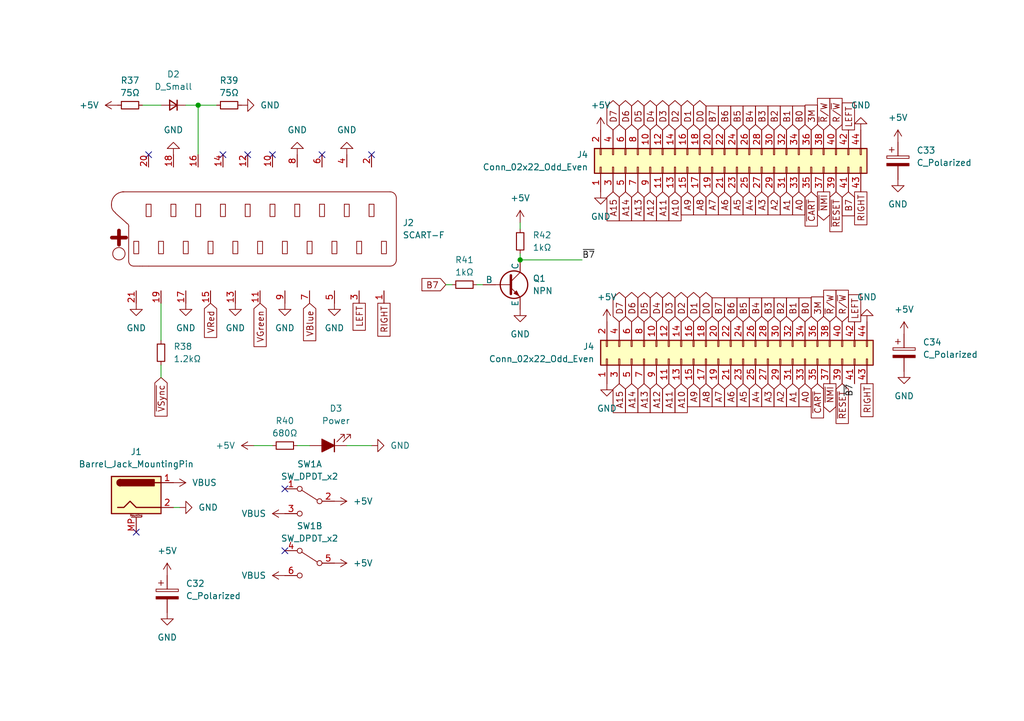
<source format=kicad_sch>
(kicad_sch (version 20230121) (generator eeschema)
  (paper "A5")
  (title_block (title "Ports"))
  (lib_symbols
    (symbol "Connector:Barrel_Jack_MountingPin" (pin_names hide)
      (property "Reference" "J" (at 0 5.334 0))
      (property "Value" "Barrel_Jack_MountingPin" (at 1.27 -6.35 0))
      (symbol "Barrel_Jack_MountingPin_0_1"
        (rectangle (start -5.08 3.81) (end 5.08 -3.81) (stroke (width 0.254)) (fill (type background)))
        (arc (start -3.302 3.175) (mid -3.9343 2.54) (end -3.302 1.905) (stroke (width 0.254)))
        (arc (start -3.302 3.175) (mid -3.9343 2.54) (end -3.302 1.905) (stroke (width 0.254)) (fill (type outline)))
        (polyline (pts (xy 5.08 2.54) (xy 3.81 2.54)) (stroke (width 0.254)))
        (polyline (pts (xy -3.81 -2.54) (xy -2.54 -2.54) (xy -1.27 -1.27) (xy 0 -2.54) (xy 2.54 -2.54) (xy 5.08 -2.54)) (stroke (width 0.254)))
        (rectangle (start 3.683 3.175) (end -3.302 1.905) (stroke (width 0.254)) (fill (type outline)))
      )
      (symbol "Barrel_Jack_MountingPin_1_1"
        (polyline (pts (xy -1.016 -4.572) (xy 1.016 -4.572)) (stroke (width 0.1524)))
        (text "Mounting" (at 0 -4.191 0) (effects (font (size 0.381 0.381))))
        (pin passive line (at 7.62 2.54 180) (length 2.54) (name "~") (number "1"))
        (pin passive line (at 7.62 -2.54 180) (length 2.54) (name "~") (number "2"))
        (pin passive line (at 0 -7.62 90) (length 3.048) (name "MountPin") (number "MP"))
      )
    )
    (symbol "Connector:SCART-F" (pin_names (offset 0.762) hide)
      (property "Reference" "J" (at 0 31.75 0))
      (property "Value" "SCART-F" (at 1.016 -29.21 0))
      (symbol "SCART-F_0_1"
        (arc (start -7.62 -26.67) (mid -7.248 -27.568) (end -6.35 -27.94))
        (arc (start -6.604 26.9494) (mid -7.3224 26.6518) (end -7.62 25.9334))
        (rectangle (start -5.08 -24.892) (end -2.54 -25.908))
        (rectangle (start -5.08 -19.812) (end -2.54 -20.828))
        (rectangle (start -5.08 -14.732) (end -2.54 -15.748))
        (rectangle (start -5.08 -9.652) (end -2.54 -10.668))
        (rectangle (start -5.08 -4.572) (end -2.54 -5.588))
        (rectangle (start -5.08 0.508) (end -2.54 -0.508))
        (rectangle (start -5.08 5.588) (end -2.54 4.572))
        (rectangle (start -5.08 10.668) (end -2.54 9.652))
        (rectangle (start -5.08 15.748) (end -2.54 14.732))
        (rectangle (start -5.08 20.828) (end -2.54 19.812))
        (rectangle (start -5.08 25.908) (end -2.54 24.892))
        (circle (center -5.08 28.956) (radius 1.27))
        (polyline (pts (xy -7.62 22.86) (xy -7.62 -26.67)))
        (polyline (pts (xy -7.62 22.86) (xy -7.62 24.13)))
        (polyline (pts (xy -7.62 24.6634) (xy -7.62 24.13)))
        (polyline (pts (xy -7.62 24.6634) (xy -7.62 25.9334)))
        (polyline (pts (xy -6.604 26.9494) (xy 0.508 26.9494)))
        (polyline (pts (xy -6.35 -27.94) (xy 6.35 -27.94)))
        (polyline (pts (xy 3.302 29.718) (xy 1.27 27.432)))
        (polyline (pts (xy 4.826 30.48) (xy 5.08 30.48)))
        (polyline (pts (xy 7.62 -26.67) (xy 7.62 28.2194)))
        (arc (start 0.508 26.924) (mid 0.9569 27.0702) (end 1.2192 27.4574))
        (rectangle (start 2.54 -22.352) (end 5.08 -23.368))
        (rectangle (start 2.54 -17.272) (end 5.08 -18.288))
        (rectangle (start 2.54 -12.192) (end 5.08 -13.208))
        (rectangle (start 2.54 -7.112) (end 5.08 -8.128))
        (rectangle (start 2.54 -2.032) (end 5.08 -3.048))
        (rectangle (start 2.54 3.048) (end 5.08 2.032))
        (rectangle (start 2.54 8.128) (end 5.08 7.112))
        (rectangle (start 2.54 13.208) (end 5.08 12.192))
        (rectangle (start 2.54 18.288) (end 5.08 17.272))
        (rectangle (start 2.54 23.368) (end 5.08 22.352))
        (arc (start 4.826 30.48) (mid 3.999 30.2726) (end 3.3782 29.6926))
        (arc (start 6.35 -27.94) (mid 7.248 -27.568) (end 7.62 -26.67))
        (arc (start 7.62 27.94) (mid 6.8761 29.7361) (end 5.08 30.48))
        (text "+" (at -1.778 29.21 0) (effects (font (size 3.81 3.81) bold)))
      )
      (symbol "SCART-F_1_1"
        (pin passive line (at -15.24 -25.4 0) (length 2.54) (name "P1") (number "1"))
        (pin passive line (at 15.24 -2.54 180) (length 2.54) (name "P10") (number "10"))
        (pin passive line (at -15.24 0 0) (length 2.54) (name "P11") (number "11"))
        (pin passive line (at 15.24 2.54 180) (length 2.54) (name "P12") (number "12"))
        (pin passive line (at -15.24 5.08 0) (length 2.54) (name "P13") (number "13"))
        (pin passive line (at 15.24 7.62 180) (length 2.54) (name "P14") (number "14"))
        (pin passive line (at -15.24 10.16 0) (length 2.54) (name "P15") (number "15"))
        (pin passive line (at 15.24 12.7 180) (length 2.54) (name "P16") (number "16"))
        (pin passive line (at -15.24 15.24 0) (length 2.54) (name "P17") (number "17"))
        (pin passive line (at 15.24 17.78 180) (length 2.54) (name "P18") (number "18"))
        (pin passive line (at -15.24 20.32 0) (length 2.54) (name "P19") (number "19"))
        (pin passive line (at 15.24 -22.86 180) (length 2.54) (name "P2") (number "2"))
        (pin passive line (at 15.24 22.86 180) (length 2.54) (name "P20") (number "20"))
        (pin passive line (at -15.24 25.4 0) (length 2.54) (name "P21") (number "21"))
        (pin passive line (at -15.24 -20.32 0) (length 2.54) (name "P3") (number "3"))
        (pin passive line (at 15.24 -17.78 180) (length 2.54) (name "P4") (number "4"))
        (pin passive line (at -15.24 -15.24 0) (length 2.54) (name "P5") (number "5"))
        (pin passive line (at 15.24 -12.7 180) (length 2.54) (name "P6") (number "6"))
        (pin passive line (at -15.24 -10.16 0) (length 2.54) (name "P7") (number "7"))
        (pin passive line (at 15.24 -7.62 180) (length 2.54) (name "P8") (number "8"))
        (pin passive line (at -15.24 -5.08 0) (length 2.54) (name "P9") (number "9"))
      )
    )
    (symbol "Connector_Generic:Conn_02x22_Odd_Even" (pin_names (offset 1.016) hide)
      (property "Reference" "J" (at 1.27 27.94 0))
      (property "Value" "Conn_02x22_Odd_Even" (at 1.27 -30.48 0))
      (symbol "Conn_02x22_Odd_Even_1_1"
        (rectangle (start -1.27 -27.813) (end 0 -28.067) (stroke (width 0.1524)))
        (rectangle (start -1.27 -25.273) (end 0 -25.527) (stroke (width 0.1524)))
        (rectangle (start -1.27 -22.733) (end 0 -22.987) (stroke (width 0.1524)))
        (rectangle (start -1.27 -20.193) (end 0 -20.447) (stroke (width 0.1524)))
        (rectangle (start -1.27 -17.653) (end 0 -17.907) (stroke (width 0.1524)))
        (rectangle (start -1.27 -15.113) (end 0 -15.367) (stroke (width 0.1524)))
        (rectangle (start -1.27 -12.573) (end 0 -12.827) (stroke (width 0.1524)))
        (rectangle (start -1.27 -10.033) (end 0 -10.287) (stroke (width 0.1524)))
        (rectangle (start -1.27 -7.493) (end 0 -7.747) (stroke (width 0.1524)))
        (rectangle (start -1.27 -4.953) (end 0 -5.207) (stroke (width 0.1524)))
        (rectangle (start -1.27 -2.413) (end 0 -2.667) (stroke (width 0.1524)))
        (rectangle (start -1.27 0.127) (end 0 -0.127) (stroke (width 0.1524)))
        (rectangle (start -1.27 2.667) (end 0 2.413) (stroke (width 0.1524)))
        (rectangle (start -1.27 5.207) (end 0 4.953) (stroke (width 0.1524)))
        (rectangle (start -1.27 7.747) (end 0 7.493) (stroke (width 0.1524)))
        (rectangle (start -1.27 10.287) (end 0 10.033) (stroke (width 0.1524)))
        (rectangle (start -1.27 12.827) (end 0 12.573) (stroke (width 0.1524)))
        (rectangle (start -1.27 15.367) (end 0 15.113) (stroke (width 0.1524)))
        (rectangle (start -1.27 17.907) (end 0 17.653) (stroke (width 0.1524)))
        (rectangle (start -1.27 20.447) (end 0 20.193) (stroke (width 0.1524)))
        (rectangle (start -1.27 22.987) (end 0 22.733) (stroke (width 0.1524)))
        (rectangle (start -1.27 25.527) (end 0 25.273) (stroke (width 0.1524)))
        (rectangle (start -1.27 26.67) (end 3.81 -29.21) (stroke (width 0.254)) (fill (type background)))
        (rectangle (start 3.81 -27.813) (end 2.54 -28.067) (stroke (width 0.1524)))
        (rectangle (start 3.81 -25.273) (end 2.54 -25.527) (stroke (width 0.1524)))
        (rectangle (start 3.81 -22.733) (end 2.54 -22.987) (stroke (width 0.1524)))
        (rectangle (start 3.81 -20.193) (end 2.54 -20.447) (stroke (width 0.1524)))
        (rectangle (start 3.81 -17.653) (end 2.54 -17.907) (stroke (width 0.1524)))
        (rectangle (start 3.81 -15.113) (end 2.54 -15.367) (stroke (width 0.1524)))
        (rectangle (start 3.81 -12.573) (end 2.54 -12.827) (stroke (width 0.1524)))
        (rectangle (start 3.81 -10.033) (end 2.54 -10.287) (stroke (width 0.1524)))
        (rectangle (start 3.81 -7.493) (end 2.54 -7.747) (stroke (width 0.1524)))
        (rectangle (start 3.81 -4.953) (end 2.54 -5.207) (stroke (width 0.1524)))
        (rectangle (start 3.81 -2.413) (end 2.54 -2.667) (stroke (width 0.1524)))
        (rectangle (start 3.81 0.127) (end 2.54 -0.127) (stroke (width 0.1524)))
        (rectangle (start 3.81 2.667) (end 2.54 2.413) (stroke (width 0.1524)))
        (rectangle (start 3.81 5.207) (end 2.54 4.953) (stroke (width 0.1524)))
        (rectangle (start 3.81 7.747) (end 2.54 7.493) (stroke (width 0.1524)))
        (rectangle (start 3.81 10.287) (end 2.54 10.033) (stroke (width 0.1524)))
        (rectangle (start 3.81 12.827) (end 2.54 12.573) (stroke (width 0.1524)))
        (rectangle (start 3.81 15.367) (end 2.54 15.113) (stroke (width 0.1524)))
        (rectangle (start 3.81 17.907) (end 2.54 17.653) (stroke (width 0.1524)))
        (rectangle (start 3.81 20.447) (end 2.54 20.193) (stroke (width 0.1524)))
        (rectangle (start 3.81 22.987) (end 2.54 22.733) (stroke (width 0.1524)))
        (rectangle (start 3.81 25.527) (end 2.54 25.273) (stroke (width 0.1524)))
        (pin passive line (at -5.08 25.4 0) (length 3.81) (name "Pin_1") (number "1"))
        (pin passive line (at 7.62 15.24 180) (length 3.81) (name "Pin_10") (number "10"))
        (pin passive line (at -5.08 12.7 0) (length 3.81) (name "Pin_11") (number "11"))
        (pin passive line (at 7.62 12.7 180) (length 3.81) (name "Pin_12") (number "12"))
        (pin passive line (at -5.08 10.16 0) (length 3.81) (name "Pin_13") (number "13"))
        (pin passive line (at 7.62 10.16 180) (length 3.81) (name "Pin_14") (number "14"))
        (pin passive line (at -5.08 7.62 0) (length 3.81) (name "Pin_15") (number "15"))
        (pin passive line (at 7.62 7.62 180) (length 3.81) (name "Pin_16") (number "16"))
        (pin passive line (at -5.08 5.08 0) (length 3.81) (name "Pin_17") (number "17"))
        (pin passive line (at 7.62 5.08 180) (length 3.81) (name "Pin_18") (number "18"))
        (pin passive line (at -5.08 2.54 0) (length 3.81) (name "Pin_19") (number "19"))
        (pin passive line (at 7.62 25.4 180) (length 3.81) (name "Pin_2") (number "2"))
        (pin passive line (at 7.62 2.54 180) (length 3.81) (name "Pin_20") (number "20"))
        (pin passive line (at -5.08 0 0) (length 3.81) (name "Pin_21") (number "21"))
        (pin passive line (at 7.62 0 180) (length 3.81) (name "Pin_22") (number "22"))
        (pin passive line (at -5.08 -2.54 0) (length 3.81) (name "Pin_23") (number "23"))
        (pin passive line (at 7.62 -2.54 180) (length 3.81) (name "Pin_24") (number "24"))
        (pin passive line (at -5.08 -5.08 0) (length 3.81) (name "Pin_25") (number "25"))
        (pin passive line (at 7.62 -5.08 180) (length 3.81) (name "Pin_26") (number "26"))
        (pin passive line (at -5.08 -7.62 0) (length 3.81) (name "Pin_27") (number "27"))
        (pin passive line (at 7.62 -7.62 180) (length 3.81) (name "Pin_28") (number "28"))
        (pin passive line (at -5.08 -10.16 0) (length 3.81) (name "Pin_29") (number "29"))
        (pin passive line (at -5.08 22.86 0) (length 3.81) (name "Pin_3") (number "3"))
        (pin passive line (at 7.62 -10.16 180) (length 3.81) (name "Pin_30") (number "30"))
        (pin passive line (at -5.08 -12.7 0) (length 3.81) (name "Pin_31") (number "31"))
        (pin passive line (at 7.62 -12.7 180) (length 3.81) (name "Pin_32") (number "32"))
        (pin passive line (at -5.08 -15.24 0) (length 3.81) (name "Pin_33") (number "33"))
        (pin passive line (at 7.62 -15.24 180) (length 3.81) (name "Pin_34") (number "34"))
        (pin passive line (at -5.08 -17.78 0) (length 3.81) (name "Pin_35") (number "35"))
        (pin passive line (at 7.62 -17.78 180) (length 3.81) (name "Pin_36") (number "36"))
        (pin passive line (at -5.08 -20.32 0) (length 3.81) (name "Pin_37") (number "37"))
        (pin passive line (at 7.62 -20.32 180) (length 3.81) (name "Pin_38") (number "38"))
        (pin passive line (at -5.08 -22.86 0) (length 3.81) (name "Pin_39") (number "39"))
        (pin passive line (at 7.62 22.86 180) (length 3.81) (name "Pin_4") (number "4"))
        (pin passive line (at 7.62 -22.86 180) (length 3.81) (name "Pin_40") (number "40"))
        (pin passive line (at -5.08 -25.4 0) (length 3.81) (name "Pin_41") (number "41"))
        (pin passive line (at 7.62 -25.4 180) (length 3.81) (name "Pin_42") (number "42"))
        (pin passive line (at -5.08 -27.94 0) (length 3.81) (name "Pin_43") (number "43"))
        (pin passive line (at 7.62 -27.94 180) (length 3.81) (name "Pin_44") (number "44"))
        (pin passive line (at -5.08 20.32 0) (length 3.81) (name "Pin_5") (number "5"))
        (pin passive line (at 7.62 20.32 180) (length 3.81) (name "Pin_6") (number "6"))
        (pin passive line (at -5.08 17.78 0) (length 3.81) (name "Pin_7") (number "7"))
        (pin passive line (at 7.62 17.78 180) (length 3.81) (name "Pin_8") (number "8"))
        (pin passive line (at -5.08 15.24 0) (length 3.81) (name "Pin_9") (number "9"))
      )
    )
    (symbol "Device:C_Polarized" (pin_numbers hide) (pin_names (offset 0.254))
      (property "Reference" "C" (at 0.635 2.54 0))
      (property "Value" "C_Polarized" (at 0.635 -2.54 0))
      (symbol "C_Polarized_0_1"
        (rectangle (start -2.286 0.508) (end 2.286 1.016))
        (polyline (pts (xy -1.778 2.286) (xy -0.762 2.286)))
        (polyline (pts (xy -1.27 2.794) (xy -1.27 1.778)))
        (rectangle (start 2.286 -0.508) (end -2.286 -1.016) (fill (type outline)))
      )
      (symbol "C_Polarized_1_1"
        (pin passive line (at 0 3.81 270) (length 2.794) (name "~") (number "1"))
        (pin passive line (at 0 -3.81 90) (length 2.794) (name "~") (number "2"))
      )
    )
    (symbol "Device:D_Small" (pin_numbers hide) (pin_names (offset 0.254) hide)
      (property "Reference" "D" (at -1.27 2.032 0))
      (property "Value" "D_Small" (at -3.81 -2.032 0))
      (symbol "D_Small_0_1"
        (polyline (pts (xy -0.762 -1.016) (xy -0.762 1.016)) (stroke (width 0.254)))
        (polyline (pts (xy -0.762 0) (xy 0.762 0)))
        (polyline (pts (xy 0.762 -1.016) (xy -0.762 0) (xy 0.762 1.016) (xy 0.762 -1.016)) (stroke (width 0.254)))
      )
      (symbol "D_Small_1_1"
        (pin passive line (at -2.54 0 0) (length 1.778) (name "K") (number "1"))
        (pin passive line (at 2.54 0 180) (length 1.778) (name "A") (number "2"))
      )
    )
    (symbol "Device:LED_Filled" (pin_numbers hide) (pin_names (offset 1.016) hide)
      (property "Reference" "D" (at 0 2.54 0))
      (property "Value" "LED_Filled" (at 0 -2.54 0))
      (symbol "LED_Filled_0_1"
        (polyline (pts (xy -1.27 -1.27) (xy -1.27 1.27)) (stroke (width 0.254)))
        (polyline (pts (xy -1.27 0) (xy 1.27 0)))
        (polyline (pts (xy 1.27 -1.27) (xy 1.27 1.27) (xy -1.27 0) (xy 1.27 -1.27)) (stroke (width 0.254)) (fill (type outline)))
        (polyline (pts (xy -3.048 -0.762) (xy -4.572 -2.286) (xy -3.81 -2.286) (xy -4.572 -2.286) (xy -4.572 -1.524)))
        (polyline (pts (xy -1.778 -0.762) (xy -3.302 -2.286) (xy -2.54 -2.286) (xy -3.302 -2.286) (xy -3.302 -1.524)))
      )
      (symbol "LED_Filled_1_1"
        (pin passive line (at -3.81 0 0) (length 2.54) (name "K") (number "1"))
        (pin passive line (at 3.81 0 180) (length 2.54) (name "A") (number "2"))
      )
    )
    (symbol "Device:R_Small" (pin_numbers hide) (pin_names (offset 0.254) hide)
      (property "Reference" "R" (at 0.762 0.508 0))
      (property "Value" "R_Small" (at 0.762 -1.016 0))
      (symbol "R_Small_0_1"
        (rectangle (start -0.762 1.778) (end 0.762 -1.778) (stroke (width 0.2032)))
      )
      (symbol "R_Small_1_1"
        (pin passive line (at 0 2.54 270) (length 0.762) (name "~") (number "1"))
        (pin passive line (at 0 -2.54 90) (length 0.762) (name "~") (number "2"))
      )
    )
    (symbol "Simulation_SPICE:NPN" (pin_numbers hide) (pin_names (offset 0))
      (property "Reference" "Q" (at -2.54 7.62 0))
      (property "Value" "NPN" (at -2.54 5.08 0))
      (symbol "NPN_0_1"
        (polyline (pts (xy -2.54 0) (xy 0.635 0)) (stroke (width 0.1524)))
        (polyline (pts (xy 0.635 0.635) (xy 2.54 2.54)))
        (polyline (pts (xy 2.794 -1.27) (xy 2.794 -1.27)) (stroke (width 0.1524)))
        (polyline (pts (xy 2.794 -1.27) (xy 2.794 -1.27)) (stroke (width 0.1524)))
        (polyline (pts (xy 0.635 -0.635) (xy 2.54 -2.54) (xy 2.54 -2.54)))
        (polyline (pts (xy 0.635 1.905) (xy 0.635 -1.905) (xy 0.635 -1.905)) (stroke (width 0.508)))
        (polyline (pts (xy 1.27 -1.778) (xy 1.778 -1.27) (xy 2.286 -2.286) (xy 1.27 -1.778) (xy 1.27 -1.778)) (fill (type outline)))
        (circle (center 1.27 0) (radius 2.8194) (stroke (width 0.254)))
      )
      (symbol "NPN_1_1"
        (pin open_collector line (at 2.54 5.08 270) (length 2.54) (name "C") (number "1"))
        (pin input line (at -5.08 0 0) (length 2.54) (name "B") (number "2"))
        (pin open_emitter line (at 2.54 -5.08 90) (length 2.54) (name "E") (number "3"))
      )
    )
    (symbol "Switch:SW_DPDT_x2" (pin_names (offset 0) hide)
      (property "Reference" "SW" (at 0 4.318 0))
      (property "Value" "SW_DPDT_x2" (at 0 -5.08 0))
      (symbol "SW_DPDT_x2_0_0"
        (circle (center -2.032 0) (radius 0.508))
        (circle (center 2.032 -2.54) (radius 0.508))
      )
      (symbol "SW_DPDT_x2_0_1"
        (polyline (pts (xy -1.524 0.254) (xy 1.651 2.286)))
        (circle (center 2.032 2.54) (radius 0.508))
      )
      (symbol "SW_DPDT_x2_1_1"
        (pin passive line (at 5.08 2.54 180) (length 2.54) (name "A") (number "1"))
        (pin passive line (at -5.08 0 0) (length 2.54) (name "B") (number "2"))
        (pin passive line (at 5.08 -2.54 180) (length 2.54) (name "C") (number "3"))
      )
      (symbol "SW_DPDT_x2_2_1"
        (pin passive line (at 5.08 2.54 180) (length 2.54) (name "A") (number "4"))
        (pin passive line (at -5.08 0 0) (length 2.54) (name "B") (number "5"))
        (pin passive line (at 5.08 -2.54 180) (length 2.54) (name "C") (number "6"))
      )
    )
    (symbol "power:+5V" (power) (pin_names (offset 0))
      (property "Value" "+5V" (at 0 3.556 0))
      (symbol "+5V_0_1"
        (polyline (pts (xy -0.762 1.27) (xy 0 2.54)))
        (polyline (pts (xy 0 0) (xy 0 2.54)))
        (polyline (pts (xy 0 2.54) (xy 0.762 1.27)))
      )
      (symbol "+5V_1_1"
        (pin power_in line (at 0 0 90) (length 0) hide (name "+5V") (number "1"))
      )
    )
    (symbol "power:GND" (power) (pin_names (offset 0))
      (property "Value" "GND" (at 0 -3.81 0))
      (symbol "GND_0_1"
        (polyline (pts (xy 0 0) (xy 0 -1.27) (xy 1.27 -1.27) (xy 0 -2.54) (xy -1.27 -1.27) (xy 0 -1.27)))
      )
      (symbol "GND_1_1"
        (pin power_in line (at 0 0 270) (length 0) hide (name "GND") (number "1"))
      )
    )
    (symbol "power:VBUS" (power) (pin_names (offset 0))
      (property "Value" "VBUS" (at 0 3.81 0))
      (symbol "VBUS_0_1"
        (polyline (pts (xy -0.762 1.27) (xy 0 2.54)))
        (polyline (pts (xy 0 0) (xy 0 2.54)))
        (polyline (pts (xy 0 2.54) (xy 0.762 1.27)))
      )
      (symbol "VBUS_1_1"
        (pin power_in line (at 0 0 90) (length 0) hide (name "VBUS") (number "1"))
      )
    )
  )
  (junction (at 40.64 21.59))
  (junction (at 106.68 53.34))
  (no_connect (at 66.04 31.75))
  (no_connect (at 55.88 31.75))
  (no_connect (at 50.8 31.75))
  (no_connect (at 27.94 109.22))
  (no_connect (at 58.42 100.33))
  (no_connect (at 58.42 113.03))
  (no_connect (at 30.48 31.75))
  (no_connect (at 76.2 31.75))
  (no_connect (at 45.72 31.75))
  (wire (pts (xy 40.64 21.59) (xy 44.45 21.59)))
  (wire (pts (xy 106.68 52.07) (xy 106.68 53.34)))
  (wire (pts (xy 91.44 58.42) (xy 92.71 58.42)))
  (wire (pts (xy 106.68 46.99) (xy 106.68 45.72)))
  (wire (pts (xy 97.79 58.42) (xy 99.06 58.42)))
  (wire (pts (xy 106.68 53.34) (xy 119.38 53.34)))
  (wire (pts (xy 36.83 104.14) (xy 35.56 104.14)))
  (wire (pts (xy 29.21 21.59) (xy 33.02 21.59)))
  (wire (pts (xy 33.02 69.85) (xy 33.02 62.23)))
  (wire (pts (xy 76.2 91.44) (xy 71.12 91.44)))
  (wire (pts (xy 40.64 21.59) (xy 40.64 31.75)))
  (wire (pts (xy 33.02 77.47) (xy 33.02 74.93)))
  (wire (pts (xy 52.07 91.44) (xy 55.88 91.44)))
  (wire (pts (xy 38.1 21.59) (xy 40.64 21.59)))
  (wire (pts (xy 60.96 91.44) (xy 63.5 91.44)))
  (label "~{B7}" (at 175.26 78.74 270))
  (label "~{B7}" (at 119.38 53.34 0))
  (global_label "A10" (shape input) (at 139.7 78.74 270) (property "Intersheetrefs" "${INTERSHEET_REFS}" (effects hide)))
  (global_label "A8" (shape input) (at 143.51 39.37 270) (property "Intersheetrefs" "${INTERSHEET_REFS}" (effects hide)))
  (global_label "3M" (shape input) (at 167.64 66.04 90) (property "Intersheetrefs" "${INTERSHEET_REFS}" (effects hide)))
  (global_label "D7" (shape bidirectional) (at 125.73 26.67 90) (property "Intersheetrefs" "${INTERSHEET_REFS}" (effects hide)))
  (global_label "A6" (shape input) (at 149.86 78.74 270) (property "Intersheetrefs" "${INTERSHEET_REFS}" (effects hide)))
  (global_label "B7" (shape input) (at 147.32 66.04 90) (property "Intersheetrefs" "${INTERSHEET_REFS}" (effects hide)))
  (global_label "VRed" (shape input) (at 43.18 62.23 270) (property "Intersheetrefs" "${INTERSHEET_REFS}" (effects hide)))
  (global_label "R{slash}~{W}" (shape input) (at 171.45 26.67 90) (property "Intersheetrefs" "${INTERSHEET_REFS}" (effects hide)))
  (global_label "A5" (shape input) (at 152.4 78.74 270) (property "Intersheetrefs" "${INTERSHEET_REFS}" (effects hide)))
  (global_label "A12" (shape input) (at 133.35 39.37 270) (property "Intersheetrefs" "${INTERSHEET_REFS}" (effects hide)))
  (global_label "~{R}{slash}W" (shape input) (at 170.18 66.04 90) (property "Intersheetrefs" "${INTERSHEET_REFS}" (effects hide)))
  (global_label "A9" (shape input) (at 142.24 78.74 270) (property "Intersheetrefs" "${INTERSHEET_REFS}" (effects hide)))
  (global_label "~{R}{slash}W" (shape input) (at 168.91 26.67 90) (property "Intersheetrefs" "${INTERSHEET_REFS}" (effects hide)))
  (global_label "R{slash}~{W}" (shape input) (at 172.72 66.04 90) (property "Intersheetrefs" "${INTERSHEET_REFS}" (effects hide)))
  (global_label "D0" (shape bidirectional) (at 143.51 26.67 90) (property "Intersheetrefs" "${INTERSHEET_REFS}" (effects hide)))
  (global_label "~{NMI}" (shape output) (at 170.18 78.74 270) (property "Intersheetrefs" "${INTERSHEET_REFS}" (effects hide)))
  (global_label "RIGHT" (shape passive) (at 177.8 78.74 270) (property "Intersheetrefs" "${INTERSHEET_REFS}" (effects hide)))
  (global_label "A4" (shape input) (at 154.94 78.74 270) (property "Intersheetrefs" "${INTERSHEET_REFS}" (effects hide)))
  (global_label "A6" (shape input) (at 148.59 39.37 270) (property "Intersheetrefs" "${INTERSHEET_REFS}" (effects hide)))
  (global_label "~{VSync}" (shape input) (at 33.02 77.47 270) (property "Intersheetrefs" "${INTERSHEET_REFS}" (effects hide)))
  (global_label "B3" (shape input) (at 156.21 26.67 90) (property "Intersheetrefs" "${INTERSHEET_REFS}" (effects hide)))
  (global_label "D1" (shape bidirectional) (at 142.24 66.04 90) (property "Intersheetrefs" "${INTERSHEET_REFS}" (effects hide)))
  (global_label "B2" (shape input) (at 158.75 26.67 90) (property "Intersheetrefs" "${INTERSHEET_REFS}" (effects hide)))
  (global_label "B7" (shape input) (at 91.44 58.42 180) (property "Intersheetrefs" "${INTERSHEET_REFS}" (effects hide)))
  (global_label "A5" (shape input) (at 151.13 39.37 270) (property "Intersheetrefs" "${INTERSHEET_REFS}" (effects hide)))
  (global_label "A0" (shape input) (at 163.83 39.37 270) (property "Intersheetrefs" "${INTERSHEET_REFS}" (effects hide)))
  (global_label "A7" (shape input) (at 147.32 78.74 270) (property "Intersheetrefs" "${INTERSHEET_REFS}" (effects hide)))
  (global_label "B1" (shape input) (at 162.56 66.04 90) (property "Intersheetrefs" "${INTERSHEET_REFS}" (effects hide)))
  (global_label "RIGHT" (shape passive) (at 176.53 39.37 270) (property "Intersheetrefs" "${INTERSHEET_REFS}" (effects hide)))
  (global_label "A1" (shape input) (at 161.29 39.37 270) (property "Intersheetrefs" "${INTERSHEET_REFS}" (effects hide)))
  (global_label "B2" (shape input) (at 160.02 66.04 90) (property "Intersheetrefs" "${INTERSHEET_REFS}" (effects hide)))
  (global_label "LEFT" (shape passive) (at 73.66 62.23 270) (property "Intersheetrefs" "${INTERSHEET_REFS}" (effects hide)))
  (global_label "B0" (shape input) (at 163.83 26.67 90) (property "Intersheetrefs" "${INTERSHEET_REFS}" (effects hide)))
  (global_label "VBlue" (shape input) (at 63.5 62.23 270) (property "Intersheetrefs" "${INTERSHEET_REFS}" (effects hide)))
  (global_label "~{RESET}" (shape input) (at 171.45 39.37 270) (property "Intersheetrefs" "${INTERSHEET_REFS}" (effects hide)))
  (global_label "A8" (shape input) (at 144.78 78.74 270) (property "Intersheetrefs" "${INTERSHEET_REFS}" (effects hide)))
  (global_label "D5" (shape bidirectional) (at 130.81 26.67 90) (property "Intersheetrefs" "${INTERSHEET_REFS}" (effects hide)))
  (global_label "D7" (shape bidirectional) (at 127 66.04 90) (property "Intersheetrefs" "${INTERSHEET_REFS}" (effects hide)))
  (global_label "RIGHT" (shape passive) (at 78.74 62.23 270) (property "Intersheetrefs" "${INTERSHEET_REFS}" (effects hide)))
  (global_label "D2" (shape bidirectional) (at 138.43 26.67 90) (property "Intersheetrefs" "${INTERSHEET_REFS}" (effects hide)))
  (global_label "D3" (shape bidirectional) (at 137.16 66.04 90) (property "Intersheetrefs" "${INTERSHEET_REFS}" (effects hide)))
  (global_label "B0" (shape input) (at 165.1 66.04 90) (property "Intersheetrefs" "${INTERSHEET_REFS}" (effects hide)))
  (global_label "~{CART}" (shape input) (at 166.37 39.37 270) (property "Intersheetrefs" "${INTERSHEET_REFS}" (effects hide)))
  (global_label "B7" (shape input) (at 146.05 26.67 90) (property "Intersheetrefs" "${INTERSHEET_REFS}" (effects hide)))
  (global_label "A15" (shape input) (at 125.73 39.37 270) (property "Intersheetrefs" "${INTERSHEET_REFS}" (effects hide)))
  (global_label "~{NMI}" (shape output) (at 168.91 39.37 270) (property "Intersheetrefs" "${INTERSHEET_REFS}" (effects hide)))
  (global_label "A12" (shape input) (at 134.62 78.74 270) (property "Intersheetrefs" "${INTERSHEET_REFS}" (effects hide)))
  (global_label "B1" (shape input) (at 161.29 26.67 90) (property "Intersheetrefs" "${INTERSHEET_REFS}" (effects hide)))
  (global_label "B5" (shape input) (at 151.13 26.67 90) (property "Intersheetrefs" "${INTERSHEET_REFS}" (effects hide)))
  (global_label "B4" (shape input) (at 153.67 26.67 90) (property "Intersheetrefs" "${INTERSHEET_REFS}" (effects hide)))
  (global_label "D2" (shape bidirectional) (at 139.7 66.04 90) (property "Intersheetrefs" "${INTERSHEET_REFS}" (effects hide)))
  (global_label "D4" (shape bidirectional) (at 133.35 26.67 90) (property "Intersheetrefs" "${INTERSHEET_REFS}" (effects hide)))
  (global_label "B5" (shape input) (at 152.4 66.04 90) (property "Intersheetrefs" "${INTERSHEET_REFS}" (effects hide)))
  (global_label "B3" (shape input) (at 157.48 66.04 90) (property "Intersheetrefs" "${INTERSHEET_REFS}" (effects hide)))
  (global_label "D4" (shape bidirectional) (at 134.62 66.04 90) (property "Intersheetrefs" "${INTERSHEET_REFS}" (effects hide)))
  (global_label "A4" (shape input) (at 153.67 39.37 270) (property "Intersheetrefs" "${INTERSHEET_REFS}" (effects hide)))
  (global_label "A11" (shape input) (at 135.89 39.37 270) (property "Intersheetrefs" "${INTERSHEET_REFS}" (effects hide)))
  (global_label "B6" (shape input) (at 149.86 66.04 90) (property "Intersheetrefs" "${INTERSHEET_REFS}" (effects hide)))
  (global_label "A0" (shape input) (at 165.1 78.74 270) (property "Intersheetrefs" "${INTERSHEET_REFS}" (effects hide)))
  (global_label "D6" (shape bidirectional) (at 129.54 66.04 90) (property "Intersheetrefs" "${INTERSHEET_REFS}" (effects hide)))
  (global_label "D0" (shape bidirectional) (at 144.78 66.04 90) (property "Intersheetrefs" "${INTERSHEET_REFS}" (effects hide)))
  (global_label "A2" (shape input) (at 160.02 78.74 270) (property "Intersheetrefs" "${INTERSHEET_REFS}" (effects hide)))
  (global_label "~{RESET}" (shape input) (at 172.72 78.74 270) (property "Intersheetrefs" "${INTERSHEET_REFS}" (effects hide)))
  (global_label "~{CART}" (shape input) (at 167.64 78.74 270) (property "Intersheetrefs" "${INTERSHEET_REFS}" (effects hide)))
  (global_label "3M" (shape input) (at 166.37 26.67 90) (property "Intersheetrefs" "${INTERSHEET_REFS}" (effects hide)))
  (global_label "A14" (shape input) (at 128.27 39.37 270) (property "Intersheetrefs" "${INTERSHEET_REFS}" (effects hide)))
  (global_label "B7" (shape input) (at 173.99 39.37 270) (property "Intersheetrefs" "${INTERSHEET_REFS}" (effects hide)))
  (global_label "A13" (shape input) (at 132.08 78.74 270) (property "Intersheetrefs" "${INTERSHEET_REFS}" (effects hide)))
  (global_label "A11" (shape input) (at 137.16 78.74 270) (property "Intersheetrefs" "${INTERSHEET_REFS}" (effects hide)))
  (global_label "D3" (shape bidirectional) (at 135.89 26.67 90) (property "Intersheetrefs" "${INTERSHEET_REFS}" (effects hide)))
  (global_label "A9" (shape input) (at 140.97 39.37 270) (property "Intersheetrefs" "${INTERSHEET_REFS}" (effects hide)))
  (global_label "A15" (shape input) (at 127 78.74 270) (property "Intersheetrefs" "${INTERSHEET_REFS}" (effects hide)))
  (global_label "A10" (shape input) (at 138.43 39.37 270) (property "Intersheetrefs" "${INTERSHEET_REFS}" (effects hide)))
  (global_label "D1" (shape bidirectional) (at 140.97 26.67 90) (property "Intersheetrefs" "${INTERSHEET_REFS}" (effects hide)))
  (global_label "A14" (shape input) (at 129.54 78.74 270) (property "Intersheetrefs" "${INTERSHEET_REFS}" (effects hide)))
  (global_label "VGreen" (shape input) (at 53.34 62.23 270) (property "Intersheetrefs" "${INTERSHEET_REFS}" (effects hide)))
  (global_label "A13" (shape input) (at 130.81 39.37 270) (property "Intersheetrefs" "${INTERSHEET_REFS}" (effects hide)))
  (global_label "LEFT" (shape passive) (at 175.26 66.04 90) (property "Intersheetrefs" "${INTERSHEET_REFS}" (effects hide)))
  (global_label "LEFT" (shape passive) (at 173.99 26.67 90) (property "Intersheetrefs" "${INTERSHEET_REFS}" (effects hide)))
  (global_label "A7" (shape input) (at 146.05 39.37 270) (property "Intersheetrefs" "${INTERSHEET_REFS}" (effects hide)))
  (global_label "A3" (shape input) (at 157.48 78.74 270) (property "Intersheetrefs" "${INTERSHEET_REFS}" (effects hide)))
  (global_label "A1" (shape input) (at 162.56 78.74 270) (property "Intersheetrefs" "${INTERSHEET_REFS}" (effects hide)))
  (global_label "B4" (shape input) (at 154.94 66.04 90) (property "Intersheetrefs" "${INTERSHEET_REFS}" (effects hide)))
  (global_label "A3" (shape input) (at 156.21 39.37 270) (property "Intersheetrefs" "${INTERSHEET_REFS}" (effects hide)))
  (global_label "D5" (shape bidirectional) (at 132.08 66.04 90) (property "Intersheetrefs" "${INTERSHEET_REFS}" (effects hide)))
  (global_label "A2" (shape input) (at 158.75 39.37 270) (property "Intersheetrefs" "${INTERSHEET_REFS}" (effects hide)))
  (global_label "B6" (shape input) (at 148.59 26.67 90) (property "Intersheetrefs" "${INTERSHEET_REFS}" (effects hide)))
  (global_label "D6" (shape bidirectional) (at 128.27 26.67 90) (property "Intersheetrefs" "${INTERSHEET_REFS}" (effects hide)))
  (symbol (lib_id "Device:R_Small") (at 33.02 72.39 180) (unit 1)
    (property "Reference" "R38" (at 35.56 71.12 0) (effects (justify right)))
    (property "Value" "1.2kΩ" (at 35.56 73.66 0) (effects (justify right)))
    (property "Footprint" "Resistor_THT:R_Axial_DIN0204_L3.6mm_D1.6mm_P7.62mm_Horizontal" (effects hide))
  )
  (symbol (lib_id "power:+5V") (at 68.58 115.57 270) (unit 1)
    (property "Reference" "#PWR0109" (effects hide))
    (property "Value" "+5V" (at 72.39 115.57 90) (effects (justify left)))
    (instances (project "v0c" (path "" (reference "#PWR0109") (unit 1)) (path "" (reference "#PWR0136") (unit 1))))
  )
  (symbol (lib_id "Switch:SW_DPDT_x2") (at 63.5 102.87 0) (mirror y) (unit 1)
    (property "Reference" "SW1" (at 63.5 95.25 0))
    (property "Value" "SW_DPDT_x2" (at 63.5 97.79 0))
    (property "Footprint" "Button_Switch_THT:SW_CuK_JS202011AQN_DPDT_Angled" (effects hide))
    (instances (project "v0c" (path "" (reference "SW1") (unit 1)) (path "" (reference "SW2") (unit 1))))
  )
  (symbol (lib_id "power:GND") (at 176.53 26.67 180) (unit 1)
    (property "Reference" "#PWR0145" (effects hide))
    (property "Value" "GND" (at 176.53 21.59 0))
  )
  (symbol (lib_id "power:GND") (at 106.68 63.5 0) (unit 1)
    (property "Reference" "#PWR0140" (effects hide))
    (property "Value" "GND" (at 106.68 68.58 0))
  )
  (symbol (lib_id "power:GND") (at 185.42 76.2 0) (unit 1)
    (property "Reference" "#PWR0106" (effects hide))
    (property "Value" "GND" (at 185.42 81.28 0))
    (instances (project "v0c" (path "" (reference "#PWR0106") (unit 1)) (path "" (reference "#PWR0150") (unit 1))))
  )
  (symbol (lib_id "Connector:SCART-F") (at 53.34 46.99 90) (unit 1)
    (property "Reference" "J2" (at 82.55 45.72 90) (effects (justify right)))
    (property "Value" "SCART-F" (at 82.55 48.26 90) (effects (justify right)))
    (property "Footprint" "Video:SCART" (effects hide))
    (property "Datasheet" " ~" (effects hide))
    (instances (project "v0c" (path "" (reference "J2") (unit 1)) (path "" (reference "J4") (unit 1))))
  )
  (symbol (lib_id "power:VBUS") (at 58.42 105.41 90) (mirror x) (unit 1)
    (property "Reference" "#PWR0107" (effects hide))
    (property "Value" "VBUS" (at 54.61 105.41 90) (effects (justify left)))
    (instances (project "v0c" (path "" (reference "#PWR0107") (unit 1)) (path "" (reference "#PWR0131") (unit 1))))
  )
  (symbol (lib_id "Connector_Generic:Conn_02x22_Odd_Even") (at 149.86 73.66 90) (unit 1)
    (property "Reference" "J4" (at 121.92 71.12 90) (effects (justify left)))
    (property "Value" "Conn_02x22_Odd_Even" (at 121.92 73.66 90) (effects (justify left)))
    (property "Footprint" "Connector_PinSocket_2.54mm:PinSocket_2x22_P2.54mm_Vertical" (effects hide))
    (instances (project "v0c" (path "" (reference "J4") (unit 1)) (path "" (reference "J6") (unit 1))))
  )
  (symbol (lib_id "Simulation_SPICE:NPN") (at 104.14 58.42 0) (unit 1)
    (property "Reference" "Q1" (at 109.22 57.15 0) (effects (justify left)))
    (property "Value" "NPN" (at 109.22 59.69 0) (effects (justify left)))
    (property "Footprint" "PCM_Package_TO_SOT_THT_AKL:TO-92L_HandSolder" (effects hide))
    (property "Sim.Device" "NPN" (effects hide))
    (property "Sim.Type" "GUMMELPOON" (effects hide))
    (property "Sim.Pins" "1=C 2=B 3=E" (effects hide))
  )
  (symbol (lib_id "power:GND") (at 35.56 31.75 180) (unit 1)
    (property "Reference" "#PWR0123" (effects hide))
    (property "Value" "GND" (at 35.56 26.67 0))
  )
  (symbol (lib_id "power:GND") (at 49.53 21.59 90) (unit 1)
    (property "Reference" "#PWR0128" (effects hide))
    (property "Value" "GND" (at 53.34 21.59 90) (effects (justify right)))
  )
  (symbol (lib_id "power:GND") (at 71.12 31.75 180) (unit 1)
    (property "Reference" "#PWR0137" (effects hide))
    (property "Value" "GND" (at 71.12 26.67 0))
  )
  (symbol (lib_id "power:GND") (at 177.8 66.04 180) (unit 1)
    (property "Reference" "#PWR0146" (effects hide))
    (property "Value" "GND" (at 177.8 60.96 0))
  )
  (symbol (lib_id "power:+5V") (at 52.07 91.44 90) (unit 1)
    (property "Reference" "#PWR0110" (effects hide))
    (property "Value" "+5V" (at 48.26 91.44 90) (effects (justify left)))
    (instances (project "v0c" (path "" (reference "#PWR0110") (unit 1)) (path "" (reference "#PWR0129") (unit 1))))
  )
  (symbol (lib_id "Device:C_Polarized") (at 185.42 72.39 0) (unit 1)
    (property "Reference" "C34" (at 189.23 70.231 0) (effects (justify left)))
    (property "Value" "C_Polarized" (at 189.23 72.771 0) (effects (justify left)))
    (property "Footprint" "Capacitor_THT:CP_Radial_D6.3mm_P2.50mm" (effects hide))
  )
  (symbol (lib_id "power:GND") (at 34.29 125.73 0) (unit 1)
    (property "Reference" "#PWR0106" (effects hide))
    (property "Value" "GND" (at 34.29 130.81 0))
    (instances (project "v0c" (path "" (reference "#PWR0106") (unit 1)) (path "" (reference "#PWR0122") (unit 1))))
  )
  (symbol (lib_id "Switch:SW_DPDT_x2") (at 63.5 115.57 0) (mirror y) (unit 2)
    (property "Reference" "SW1" (at 63.5 107.95 0))
    (property "Value" "SW_DPDT_x2" (at 63.5 110.49 0))
    (property "Footprint" "Button_Switch_THT:SW_CuK_JS202011AQN_DPDT_Angled" (effects hide))
    (instances (project "v0c" (path "" (reference "SW1") (unit 2)) (path "" (reference "SW2") (unit 2))))
  )
  (symbol (lib_id "Connector_Generic:Conn_02x22_Odd_Even") (at 148.59 34.29 90) (unit 1)
    (property "Reference" "J4" (at 120.65 31.75 90) (effects (justify left)))
    (property "Value" "Conn_02x22_Odd_Even" (at 120.65 34.29 90) (effects (justify left)))
    (property "Footprint" "Connector_PinSocket_2.54mm:PinSocket_2x22_P2.54mm_Vertical" (effects hide))
    (instances (project "v0c" (path "" (reference "J4") (unit 1)) (path "" (reference "J5") (unit 1))))
  )
  (symbol (lib_id "Device:C_Polarized") (at 184.15 33.02 0) (unit 1)
    (property "Reference" "C33" (at 187.96 30.861 0) (effects (justify left)))
    (property "Value" "C_Polarized" (at 187.96 33.401 0) (effects (justify left)))
    (property "Footprint" "Capacitor_THT:CP_Radial_D6.3mm_P2.50mm" (effects hide))
  )
  (symbol (lib_id "Device:R_Small") (at 46.99 21.59 90) (unit 1)
    (property "Reference" "R39" (at 46.99 16.51 90))
    (property "Value" "75Ω" (at 46.99 19.05 90))
    (property "Footprint" "Resistor_THT:R_Axial_DIN0204_L3.6mm_D1.6mm_P7.62mm_Horizontal" (effects hide))
  )
  (symbol (lib_id "power:+5V") (at 184.15 29.21 0) (unit 1)
    (property "Reference" "#PWR0110" (effects hide))
    (property "Value" "+5V" (at 184.15 24.13 0))
    (instances (project "v0c" (path "" (reference "#PWR0110") (unit 1)) (path "" (reference "#PWR0147") (unit 1))))
  )
  (symbol (lib_id "power:GND") (at 123.19 39.37 0) (unit 1)
    (property "Reference" "#PWR0142" (effects hide))
    (property "Value" "GND" (at 123.19 44.45 0))
  )
  (symbol (lib_id "power:+5V") (at 185.42 68.58 0) (unit 1)
    (property "Reference" "#PWR0110" (effects hide))
    (property "Value" "+5V" (at 185.42 63.5 0))
    (instances (project "v0c" (path "" (reference "#PWR0110") (unit 1)) (path "" (reference "#PWR0149") (unit 1))))
  )
  (symbol (lib_id "power:GND") (at 27.94 62.23 0) (unit 1)
    (property "Reference" "#PWR0120" (effects hide))
    (property "Value" "GND" (at 27.94 67.31 0))
  )
  (symbol (lib_id "power:GND") (at 48.26 62.23 0) (unit 1)
    (property "Reference" "#PWR0127" (effects hide))
    (property "Value" "GND" (at 48.26 67.31 0))
  )
  (symbol (lib_id "Connector:Barrel_Jack_MountingPin") (at 27.94 101.6 0) (unit 1)
    (property "Reference" "J1" (at 27.94 92.71 0))
    (property "Value" "Barrel_Jack_MountingPin" (at 27.94 95.25 0))
    (property "Footprint" "Connector_BarrelJack:BarrelJack_Horizontal" (effects hide))
    (instances (project "v0c" (path "" (reference "J1") (unit 1)) (path "" (reference "J3") (unit 1))))
  )
  (symbol (lib_id "power:+5V") (at 34.29 118.11 0) (unit 1)
    (property "Reference" "#PWR0110" (effects hide))
    (property "Value" "+5V" (at 34.29 113.03 0))
    (instances (project "v0c" (path "" (reference "#PWR0110") (unit 1)) (path "" (reference "#PWR0121") (unit 1))))
  )
  (symbol (lib_id "power:+5V") (at 106.68 45.72 0) (unit 1)
    (property "Reference" "#PWR0139" (effects hide))
    (property "Value" "+5V" (at 106.68 40.64 0))
  )
  (symbol (lib_id "power:GND") (at 124.46 78.74 0) (unit 1)
    (property "Reference" "#PWR0144" (effects hide))
    (property "Value" "GND" (at 124.46 83.82 0))
  )
  (symbol (lib_id "Device:C_Polarized") (at 34.29 121.92 0) (unit 1)
    (property "Reference" "C32" (at 38.1 119.761 0) (effects (justify left)))
    (property "Value" "C_Polarized" (at 38.1 122.301 0) (effects (justify left)))
    (property "Footprint" "Capacitor_THT:CP_Radial_D6.3mm_P2.50mm" (effects hide))
  )
  (symbol (lib_id "Device:D_Small") (at 35.56 21.59 180) (unit 1)
    (property "Reference" "D2" (at 35.56 15.24 0))
    (property "Value" "D_Small" (at 35.56 17.78 0))
    (property "Footprint" "Diode_THT:D_A-405_P2.54mm_Vertical_KathodeUp" (effects hide))
    (property "Sim.Device" "D" (effects hide))
    (property "Sim.Pins" "1=K 2=A" (effects hide))
  )
  (symbol (lib_id "Device:R_Small") (at 26.67 21.59 90) (unit 1)
    (property "Reference" "R37" (at 26.67 16.51 90))
    (property "Value" "75Ω" (at 26.67 19.05 90))
    (property "Footprint" "Resistor_THT:R_Axial_DIN0204_L3.6mm_D1.6mm_P7.62mm_Horizontal" (effects hide))
  )
  (symbol (lib_id "power:GND") (at 38.1 62.23 0) (unit 1)
    (property "Reference" "#PWR0126" (effects hide))
    (property "Value" "GND" (at 38.1 67.31 0))
  )
  (symbol (lib_id "Device:LED_Filled") (at 67.31 91.44 180) (unit 1)
    (property "Reference" "D3" (at 68.8975 83.82 0))
    (property "Value" "Power" (at 68.8975 86.36 0))
    (property "Footprint" "LED_THT:LED_D5.0mm" (effects hide))
  )
  (symbol (lib_id "power:GND") (at 76.2 91.44 90) (unit 1)
    (property "Reference" "#PWR0106" (effects hide))
    (property "Value" "GND" (at 80.01 91.44 90) (effects (justify right)))
    (instances (project "v0c" (path "" (reference "#PWR0106") (unit 1)) (path "" (reference "#PWR0138") (unit 1))))
  )
  (symbol (lib_id "power:VBUS") (at 35.56 99.06 270) (unit 1)
    (property "Reference" "#PWR0105" (effects hide))
    (property "Value" "VBUS" (at 39.37 99.06 90) (effects (justify left)))
    (instances (project "v0c" (path "" (reference "#PWR0105") (unit 1)) (path "" (reference "#PWR0124") (unit 1))))
  )
  (symbol (lib_id "Device:R_Small") (at 58.42 91.44 90) (unit 1)
    (property "Reference" "R40" (at 58.42 86.36 90))
    (property "Value" "680Ω" (at 58.42 88.9 90))
    (property "Footprint" "Resistor_THT:R_Axial_DIN0204_L3.6mm_D1.6mm_P7.62mm_Horizontal" (effects hide))
  )
  (symbol (lib_id "power:GND") (at 60.96 31.75 180) (unit 1)
    (property "Reference" "#PWR0133" (effects hide))
    (property "Value" "GND" (at 60.96 26.67 0))
  )
  (symbol (lib_id "Device:R_Small") (at 106.68 49.53 0) (unit 1)
    (property "Reference" "R42" (at 109.22 48.26 0) (effects (justify left)))
    (property "Value" "1kΩ" (at 109.22 50.8 0) (effects (justify left)))
    (property "Footprint" "Resistor_THT:R_Axial_DIN0204_L3.6mm_D1.6mm_P1.90mm_Vertical" (effects hide))
  )
  (symbol (lib_id "power:GND") (at 184.15 36.83 0) (unit 1)
    (property "Reference" "#PWR0106" (effects hide))
    (property "Value" "GND" (at 184.15 41.91 0))
    (instances (project "v0c" (path "" (reference "#PWR0106") (unit 1)) (path "" (reference "#PWR0148") (unit 1))))
  )
  (symbol (lib_id "power:+5V") (at 124.46 66.04 0) (unit 1)
    (property "Reference" "#PWR0143" (effects hide))
    (property "Value" "+5V" (at 124.46 60.96 0))
  )
  (symbol (lib_id "Device:R_Small") (at 95.25 58.42 90) (unit 1)
    (property "Reference" "R41" (at 95.25 53.34 90))
    (property "Value" "1kΩ" (at 95.25 55.88 90))
    (property "Footprint" "Resistor_THT:R_Axial_DIN0204_L3.6mm_D1.6mm_P1.90mm_Vertical" (effects hide))
  )
  (symbol (lib_id "power:GND") (at 68.58 62.23 0) (unit 1)
    (property "Reference" "#PWR0134" (effects hide))
    (property "Value" "GND" (at 68.58 67.31 0))
  )
  (symbol (lib_id "power:VBUS") (at 58.42 118.11 90) (mirror x) (unit 1)
    (property "Reference" "#PWR0108" (effects hide))
    (property "Value" "VBUS" (at 54.61 118.11 90) (effects (justify left)))
    (instances (project "v0c" (path "" (reference "#PWR0108") (unit 1)) (path "" (reference "#PWR0132") (unit 1))))
  )
  (symbol (lib_id "power:GND") (at 58.42 62.23 0) (unit 1)
    (property "Reference" "#PWR0130" (effects hide))
    (property "Value" "GND" (at 58.42 67.31 0))
  )
  (symbol (lib_id "power:+5V") (at 24.13 21.59 90) (unit 1)
    (property "Reference" "#PWR0119" (effects hide))
    (property "Value" "+5V" (at 20.32 21.59 90) (effects (justify left)))
  )
  (symbol (lib_id "power:+5V") (at 68.58 102.87 270) (unit 1)
    (property "Reference" "#PWR0110" (effects hide))
    (property "Value" "+5V" (at 72.39 102.87 90) (effects (justify left)))
    (instances (project "v0c" (path "" (reference "#PWR0110") (unit 1)) (path "" (reference "#PWR0135") (unit 1))))
  )
  (symbol (lib_id "power:+5V") (at 123.19 26.67 0) (unit 1)
    (property "Reference" "#PWR0141" (effects hide))
    (property "Value" "+5V" (at 123.19 21.59 0))
  )
  (symbol (lib_id "power:GND") (at 36.83 104.14 90) (unit 1)
    (property "Reference" "#PWR0106" (effects hide))
    (property "Value" "GND" (at 40.64 104.14 90) (effects (justify right)))
    (instances (project "v0c" (path "" (reference "#PWR0106") (unit 1)) (path "" (reference "#PWR0125") (unit 1))))
  )
)
</source>
